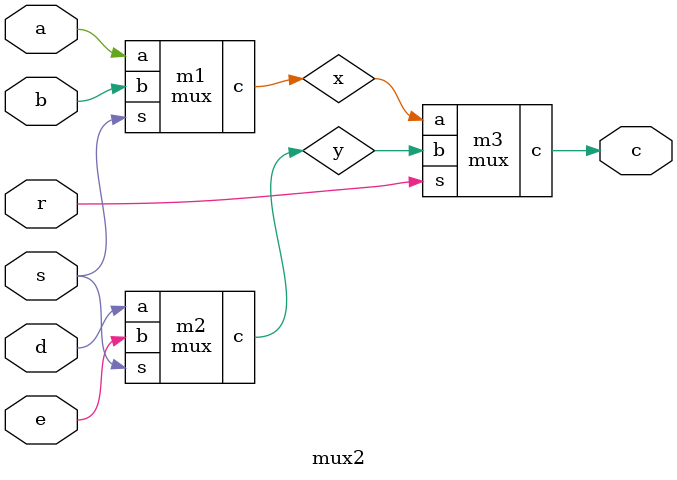
<source format=sv>
module mux (a,b,s,c);
  input a,b,s;
  output c;
  assign c = (~s&a)|(s&b);
endmodule

module mux2(a,b,d,e,r,s,c);
  input a,b,d,e,r,s;
  output c;
  wire x,y;
  mux m1 (a,b,s,x);
  mux m2 (d,e,s,y);
  mux m3 (x,y,r,c);
endmodule
  
</source>
